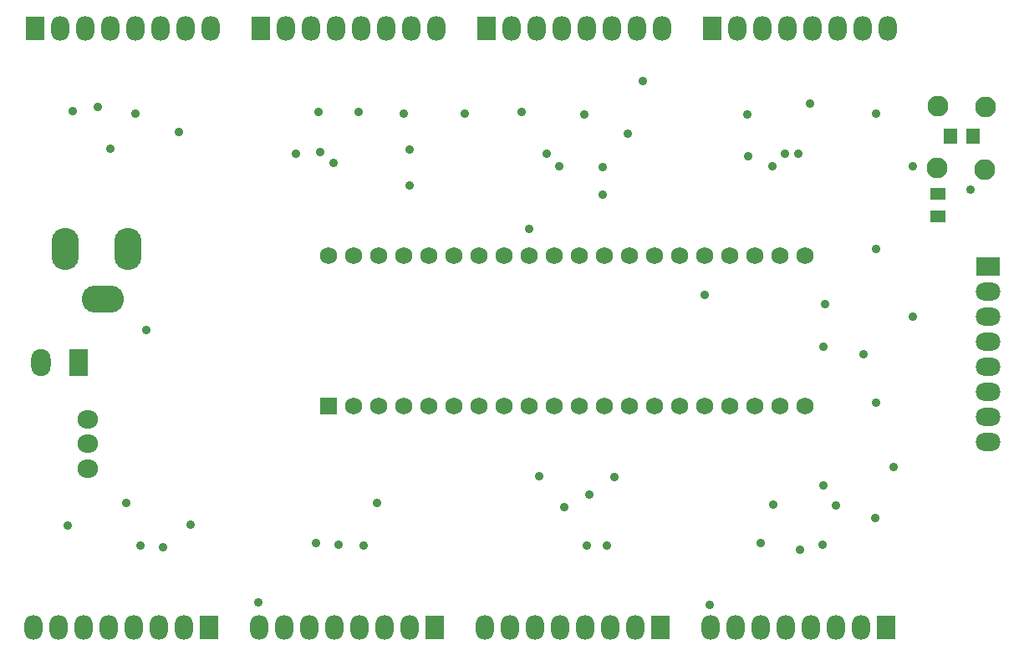
<source format=gbs>
%FSTAX23Y23*%
%MOIN*%
%SFA1B1*%

%IPPOS*%
%ADD26R,0.058000X0.063000*%
%ADD30R,0.068000X0.068000*%
%ADD31C,0.068000*%
%ADD32O,0.073000X0.098000*%
%ADD33R,0.073000X0.098000*%
%ADD34R,0.078000X0.108000*%
%ADD35O,0.078000X0.108000*%
%ADD36O,0.083000X0.073000*%
%ADD37O,0.098000X0.073000*%
%ADD38R,0.098000X0.073000*%
%ADD39C,0.083000*%
%ADD40O,0.168000X0.108000*%
%ADD41O,0.108000X0.168000*%
%ADD42C,0.035560*%
%ADD60R,0.063000X0.047370*%
%LNled_v2-1*%
%LPD*%
G54D26*
X0536Y0351D03*
X0545D03*
G54D30*
X0288Y02432D03*
G54D31*
X0298Y02432D03*
X0308D03*
X0318D03*
X0328D03*
X0338D03*
X0348D03*
X0358D03*
X0368D03*
X0378D03*
X0388D03*
X0398D03*
X0408D03*
X0418D03*
X0428D03*
X0438D03*
X0448D03*
X0458D03*
X0468D03*
X0478D03*
Y03032D03*
X0468D03*
X0458D03*
X0448D03*
X0438D03*
X0428D03*
X0418D03*
X0408D03*
X0398D03*
X0388D03*
X0378D03*
X0368D03*
X0358D03*
X0348D03*
X0338D03*
X0328D03*
X0318D03*
X0308D03*
X0298D03*
X0288D03*
G54D32*
X0501Y0394D03*
X0481D03*
X0451D03*
X0461D03*
X0471D03*
X0491D03*
X0511D03*
X0411D03*
X0391D03*
X0361D03*
X0371D03*
X0381D03*
X0401D03*
X0421D03*
X0321D03*
X0301D03*
X0271D03*
X0281D03*
X0291D03*
X0311D03*
X0331D03*
X0231D03*
X0211D03*
X0181D03*
X0191D03*
X0201D03*
X0221D03*
X0241D03*
X01705Y0155D03*
X01905D03*
X02105D03*
X02205D03*
X02305D03*
X02005D03*
X01805D03*
X02605D03*
X02805D03*
X03005D03*
X03105D03*
X03205D03*
X02905D03*
X02705D03*
X03505D03*
X03705D03*
X03905D03*
X04005D03*
X04105D03*
X03805D03*
X03605D03*
X04405D03*
X04605D03*
X04805D03*
X04905D03*
X05005D03*
X04705D03*
X04505D03*
G54D33*
X0441Y0394D03*
X0351D03*
X0261D03*
X0171D03*
X02405Y0155D03*
X03305D03*
X04205D03*
X05105D03*
G54D34*
X01885Y02605D03*
G54D35*
X01735Y02605D03*
G54D36*
X0192Y02181D03*
Y02282D03*
Y0238D03*
G54D37*
X0551Y0229D03*
Y0249D03*
Y0269D03*
Y0279D03*
Y0289D03*
Y0259D03*
Y0239D03*
G54D38*
X0551Y0299D03*
G54D39*
X05307Y03382D03*
X05502Y03627D03*
X0531Y0363D03*
X05498Y03376D03*
G54D40*
X0198Y0286D03*
G54D41*
X0183Y0306D03*
X0208D03*
G54D42*
X039Y03596D03*
X02849Y03447D03*
X03204Y03313D03*
Y03456D03*
X03721Y02151D03*
X0402Y0215D03*
X0392Y0208D03*
X0382Y0203D03*
X03425Y036D03*
X029Y03402D03*
X0222Y0187D03*
X0275Y0344D03*
X02285Y03527D03*
X04135Y0373D03*
X0318Y036D03*
X04075Y0352D03*
X04555Y0343D03*
X04855Y02115D03*
X0486Y0284D03*
X04855Y0267D03*
X05133Y0219D03*
X0201Y0346D03*
X0211Y036D03*
X0196Y03625D03*
X0368Y0314D03*
X03975Y03385D03*
X0438Y02875D03*
X05065Y036D03*
Y0306D03*
X0506Y01985D03*
X05065Y02445D03*
X05015Y0264D03*
X047Y0344D03*
X04755D03*
X03975Y03275D03*
X0476Y0186D03*
X02075Y02045D03*
X02155Y02735D03*
X0213Y01875D03*
X0186Y0361D03*
X0283Y01885D03*
X0292Y0188D03*
X03075Y02046D03*
X0391Y01875D03*
X0399D03*
X0184Y01955D03*
X04655Y0204D03*
X0455Y03595D03*
X048Y0364D03*
X0521Y0339D03*
X05442Y03295D03*
X0521Y0279D03*
X0485Y0188D03*
X04905Y02035D03*
X04605Y01885D03*
X044Y0164D03*
X0302Y01875D03*
X026Y0165D03*
X0233Y0196D03*
X0465Y0339D03*
X0365Y03605D03*
X038Y0339D03*
X0375Y0344D03*
X0284Y03605D03*
X03D03*
G54D60*
X0531Y0319D03*
Y0328D03*
M02*
</source>
